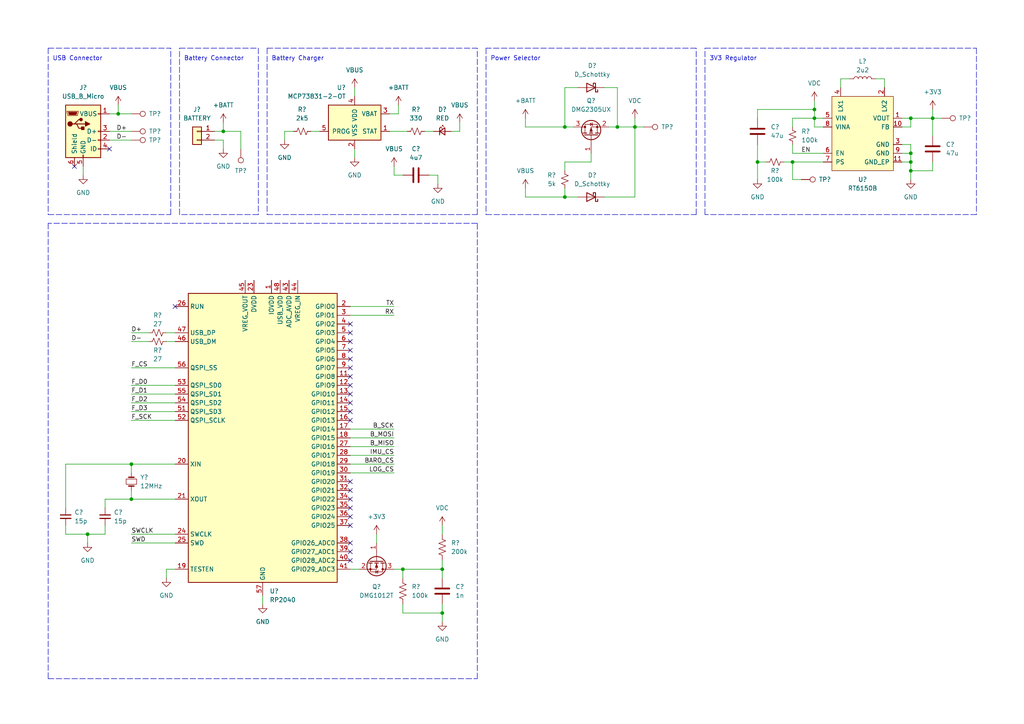
<source format=kicad_sch>
(kicad_sch (version 20211123) (generator eeschema)
  (paper "A4")
  (title_block (title "Fledgling Tracker") (date "2022-12-18") (rev "1") (company "Eagle Rocketry") (comment 1 "For Internal Use ONLY") (comment 2 "Requires CSULA_common libraries"))
  (lib_symbols
    (symbol "Battery_Management:MCP73831-2-OT" (pin_names (offset 1.016))
      (property "Reference" "U" (at -7.62 6.35 0))
      (property "Value" "MCP73831-2-OT" (at 1.27 6.35 0))
      (symbol "MCP73831-2-OT_0_1"
        (rectangle (start -7.62 5.08) (end 7.62 -5.08) (stroke (width 0.254)) (fill (type background)))
      )
      (symbol "MCP73831-2-OT_1_1"
        (pin output line (at 10.16 -2.54 180) (length 2.54) (name "STAT") (number "1"))
        (pin power_in line (at 0 -7.62 90) (length 2.54) (name "VSS") (number "2"))
        (pin power_out line (at 10.16 2.54 180) (length 2.54) (name "VBAT") (number "3"))
        (pin power_in line (at 0 7.62 270) (length 2.54) (name "VDD") (number "4"))
        (pin input line (at -10.16 -2.54 0) (length 2.54) (name "PROG") (number "5"))
      )
    )
    (symbol "CSULA_common:RT6150B" (pin_names (offset 1))
      (property "Reference" "U" (at 10.16 7.62 0))
      (property "Value" "RT6150B" (at 10.16 5.08 0))
      (symbol "RT6150B_0_1"
        (rectangle (start -8.89 7.62) (end 8.89 -13.97) (fill (type background)))
      )
      (symbol "RT6150B_1_1"
        (pin power_out line (at 11.43 1.27 180) (length 2.54) (name "VOUT") (number "1"))
        (pin input line (at 11.43 -1.27 180) (length 2.54) (name "FB") (number "10"))
        (pin input line (at 11.43 -11.43 180) (length 2.54) (name "GND_EP") (number "11"))
        (pin bidirectional line (at 6.35 10.16 270) (length 2.54) (name "LX2") (number "2"))
        (pin input line (at 11.43 -6.35 180) (length 2.54) (name "GND") (number "3"))
        (pin bidirectional line (at -6.35 10.16 270) (length 2.54) (name "LX1") (number "4"))
        (pin power_in line (at -11.43 1.27 0) (length 2.54) (name "VIN") (number "5"))
        (pin input line (at -11.43 -8.89 0) (length 2.54) (name "EN") (number "6"))
        (pin input line (at -11.43 -11.43 0) (length 2.54) (name "PS") (number "7"))
        (pin power_in line (at -11.43 -1.27 0) (length 2.54) (name "VINA") (number "8"))
        (pin input line (at 11.43 -8.89 180) (length 2.54) (name "GND") (number "9"))
      )
    )
    (symbol "Connector:TestPoint" (pin_numbers hide) (pin_names (offset 0.762) hide)
      (property "Reference" "TP" (at 0 6.858 0))
      (property "Value" "TestPoint" (at 0 5.08 0))
      (symbol "TestPoint_0_1"
        (circle (center 0 3.302) (radius 0.762))
      )
      (symbol "TestPoint_1_1"
        (pin passive line (at 0 0 90) (length 2.54) (name "1") (number "1"))
      )
    )
    (symbol "Connector:USB_B_Micro" (pin_names (offset 1.016))
      (property "Reference" "J" (at -5.08 11.43 0))
      (property "Value" "USB_B_Micro" (at -5.08 8.89 0))
      (symbol "USB_B_Micro_0_1"
        (rectangle (start -5.08 -7.62) (end 5.08 7.62) (stroke (width 0.254)) (fill (type background)))
        (circle (center -3.81 2.159) (radius 0.635) (stroke (width 0.254)) (fill (type outline)))
        (circle (center -0.635 3.429) (radius 0.381) (stroke (width 0.254)) (fill (type outline)))
        (rectangle (start -0.127 -7.62) (end 0.127 -6.858))
        (polyline (pts (xy -1.905 2.159) (xy 0.635 2.159)) (stroke (width 0.254)))
        (polyline (pts (xy -3.175 2.159) (xy -2.54 2.159) (xy -1.27 3.429) (xy -0.635 3.429)) (stroke (width 0.254)))
        (polyline (pts (xy -2.54 2.159) (xy -1.905 2.159) (xy -1.27 0.889) (xy 0 0.889)) (stroke (width 0.254)))
        (polyline (pts (xy 0.635 2.794) (xy 0.635 1.524) (xy 1.905 2.159) (xy 0.635 2.794)) (stroke (width 0.254)) (fill (type outline)))
        (polyline (pts (xy -4.318 5.588) (xy -1.778 5.588) (xy -2.032 4.826) (xy -4.064 4.826) (xy -4.318 5.588)) (fill (type outline)))
        (polyline (pts (xy -4.699 5.842) (xy -4.699 5.588) (xy -4.445 4.826) (xy -4.445 4.572) (xy -1.651 4.572) (xy -1.651 4.826) (xy -1.397 5.588) (xy -1.397 5.842) (xy -4.699 5.842)))
        (rectangle (start 0.254 1.27) (end -0.508 0.508) (stroke (width 0.254)) (fill (type outline)))
        (rectangle (start 5.08 -5.207) (end 4.318 -4.953))
        (rectangle (start 5.08 -2.667) (end 4.318 -2.413))
        (rectangle (start 5.08 -0.127) (end 4.318 0.127))
        (rectangle (start 5.08 4.953) (end 4.318 5.207))
      )
      (symbol "USB_B_Micro_1_1"
        (pin power_out line (at 7.62 5.08 180) (length 2.54) (name "VBUS") (number "1"))
        (pin bidirectional line (at 7.62 -2.54 180) (length 2.54) (name "D-") (number "2"))
        (pin bidirectional line (at 7.62 0 180) (length 2.54) (name "D+") (number "3"))
        (pin passive line (at 7.62 -5.08 180) (length 2.54) (name "ID") (number "4"))
        (pin power_out line (at 0 -10.16 90) (length 2.54) (name "GND") (number "5"))
        (pin passive line (at -2.54 -10.16 90) (length 2.54) (name "Shield") (number "6"))
      )
    )
    (symbol "Connector_Generic:Conn_01x02" (pin_names (offset 1.016) hide)
      (property "Reference" "J" (at 0 2.54 0))
      (property "Value" "Conn_01x02" (at 0 -5.08 0))
      (symbol "Conn_01x02_1_1"
        (rectangle (start -1.27 -2.413) (end 0 -2.667) (stroke (width 0.1524)))
        (rectangle (start -1.27 0.127) (end 0 -0.127) (stroke (width 0.1524)))
        (rectangle (start -1.27 1.27) (end 1.27 -3.81) (stroke (width 0.254)) (fill (type background)))
        (pin passive line (at -5.08 0 0) (length 3.81) (name "Pin_1") (number "1"))
        (pin passive line (at -5.08 -2.54 0) (length 3.81) (name "Pin_2") (number "2"))
      )
    )
    (symbol "Device:C" (pin_numbers hide) (pin_names (offset 0.254))
      (property "Reference" "C" (at 0.635 2.54 0))
      (property "Value" "C" (at 0.635 -2.54 0))
      (symbol "C_0_1"
        (polyline (pts (xy -2.032 -0.762) (xy 2.032 -0.762)) (stroke (width 0.508)))
        (polyline (pts (xy -2.032 0.762) (xy 2.032 0.762)) (stroke (width 0.508)))
      )
      (symbol "C_1_1"
        (pin passive line (at 0 3.81 270) (length 2.794) (name "~") (number "1"))
        (pin passive line (at 0 -3.81 90) (length 2.794) (name "~") (number "2"))
      )
    )
    (symbol "Device:C_Small" (pin_numbers hide) (pin_names (offset 0.254) hide)
      (property "Reference" "C" (at 0.254 1.778 0))
      (property "Value" "C_Small" (at 0.254 -2.032 0))
      (symbol "C_Small_0_1"
        (polyline (pts (xy -1.524 -0.508) (xy 1.524 -0.508)) (stroke (width 0.3302)))
        (polyline (pts (xy -1.524 0.508) (xy 1.524 0.508)) (stroke (width 0.3048)))
      )
      (symbol "C_Small_1_1"
        (pin passive line (at 0 2.54 270) (length 2.032) (name "~") (number "1"))
        (pin passive line (at 0 -2.54 90) (length 2.032) (name "~") (number "2"))
      )
    )
    (symbol "Device:Crystal_Small" (pin_numbers hide) (pin_names (offset 1.016) hide)
      (property "Reference" "Y" (at 0 2.54 0))
      (property "Value" "Crystal_Small" (at 0 -2.54 0))
      (symbol "Crystal_Small_0_1"
        (rectangle (start -0.762 -1.524) (end 0.762 1.524))
        (polyline (pts (xy -1.27 -0.762) (xy -1.27 0.762)) (stroke (width 0.381)))
        (polyline (pts (xy 1.27 -0.762) (xy 1.27 0.762)) (stroke (width 0.381)))
      )
      (symbol "Crystal_Small_1_1"
        (pin passive line (at -2.54 0 0) (length 1.27) (name "1") (number "1"))
        (pin passive line (at 2.54 0 180) (length 1.27) (name "2") (number "2"))
      )
    )
    (symbol "Device:D_Schottky" (pin_numbers hide) (pin_names (offset 1.016) hide)
      (property "Reference" "D" (at 0 2.54 0))
      (property "Value" "D_Schottky" (at 0 -2.54 0))
      (symbol "D_Schottky_0_1"
        (polyline (pts (xy 1.27 0) (xy -1.27 0)))
        (polyline (pts (xy 1.27 1.27) (xy 1.27 -1.27) (xy -1.27 0) (xy 1.27 1.27)) (stroke (width 0.254)))
        (polyline (pts (xy -1.905 0.635) (xy -1.905 1.27) (xy -1.27 1.27) (xy -1.27 -1.27) (xy -0.635 -1.27) (xy -0.635 -0.635)) (stroke (width 0.254)))
      )
      (symbol "D_Schottky_1_1"
        (pin passive line (at -3.81 0 0) (length 2.54) (name "K") (number "1"))
        (pin passive line (at 3.81 0 180) (length 2.54) (name "A") (number "2"))
      )
    )
    (symbol "Device:L" (pin_numbers hide) (pin_names (offset 1.016) hide)
      (property "Reference" "L" (at -1.27 0 90))
      (property "Value" "L" (at 1.905 0 90))
      (symbol "L_0_1"
        (arc (start 0 -2.54) (mid 0.635 -1.905) (end 0 -1.27))
        (arc (start 0 -1.27) (mid 0.635 -0.635) (end 0 0))
        (arc (start 0 0) (mid 0.635 0.635) (end 0 1.27))
        (arc (start 0 1.27) (mid 0.635 1.905) (end 0 2.54))
      )
      (symbol "L_1_1"
        (pin passive line (at 0 3.81 270) (length 1.27) (name "1") (number "1"))
        (pin passive line (at 0 -3.81 90) (length 1.27) (name "2") (number "2"))
      )
    )
    (symbol "Device:LED_Small" (pin_numbers hide) (pin_names (offset 0.254) hide)
      (property "Reference" "D" (at -1.27 3.175 0))
      (property "Value" "LED_Small" (at -4.445 -2.54 0))
      (symbol "LED_Small_0_1"
        (polyline (pts (xy -0.762 -1.016) (xy -0.762 1.016)) (stroke (width 0.254)))
        (polyline (pts (xy 1.016 0) (xy -0.762 0)))
        (polyline (pts (xy 0.762 -1.016) (xy -0.762 0) (xy 0.762 1.016) (xy 0.762 -1.016)) (stroke (width 0.254)))
        (polyline (pts (xy 0 0.762) (xy -0.508 1.27) (xy -0.254 1.27) (xy -0.508 1.27) (xy -0.508 1.016)))
        (polyline (pts (xy 0.508 1.27) (xy 0 1.778) (xy 0.254 1.778) (xy 0 1.778) (xy 0 1.524)))
      )
      (symbol "LED_Small_1_1"
        (pin passive line (at -2.54 0 0) (length 1.778) (name "K") (number "1"))
        (pin passive line (at 2.54 0 180) (length 1.778) (name "A") (number "2"))
      )
    )
    (symbol "Device:Q_NMOS_GSD" (pin_names (offset 0) hide)
      (property "Reference" "Q" (at 5.08 1.27 0))
      (property "Value" "Q_NMOS_GSD" (at 5.08 -1.27 0))
      (symbol "Q_NMOS_GSD_0_1"
        (polyline (pts (xy 0.254 0) (xy -2.54 0)))
        (polyline (pts (xy 0.254 1.905) (xy 0.254 -1.905)) (stroke (width 0.254)))
        (polyline (pts (xy 0.762 -1.27) (xy 0.762 -2.286)) (stroke (width 0.254)))
        (polyline (pts (xy 0.762 0.508) (xy 0.762 -0.508)) (stroke (width 0.254)))
        (polyline (pts (xy 0.762 2.286) (xy 0.762 1.27)) (stroke (width 0.254)))
        (polyline (pts (xy 2.54 2.54) (xy 2.54 1.778)))
        (polyline (pts (xy 2.54 -2.54) (xy 2.54 0) (xy 0.762 0)))
        (polyline (pts (xy 0.762 -1.778) (xy 3.302 -1.778) (xy 3.302 1.778) (xy 0.762 1.778)))
        (polyline (pts (xy 1.016 0) (xy 2.032 0.381) (xy 2.032 -0.381) (xy 1.016 0)) (fill (type outline)))
        (polyline (pts (xy 2.794 0.508) (xy 2.921 0.381) (xy 3.683 0.381) (xy 3.81 0.254)))
        (polyline (pts (xy 3.302 0.381) (xy 2.921 -0.254) (xy 3.683 -0.254) (xy 3.302 0.381)))
        (circle (center 1.651 0) (radius 2.794) (stroke (width 0.254)))
        (circle (center 2.54 -1.778) (radius 0.254) (fill (type outline)))
        (circle (center 2.54 1.778) (radius 0.254) (fill (type outline)))
      )
      (symbol "Q_NMOS_GSD_1_1"
        (pin input line (at -5.08 0 0) (length 2.54) (name "G") (number "1"))
        (pin passive line (at 2.54 -5.08 90) (length 2.54) (name "S") (number "2"))
        (pin passive line (at 2.54 5.08 270) (length 2.54) (name "D") (number "3"))
      )
    )
    (symbol "Device:Q_PMOS_GSD" (pin_names (offset 0) hide)
      (property "Reference" "Q" (at 5.08 1.27 0))
      (property "Value" "Q_PMOS_GSD" (at 5.08 -1.27 0))
      (symbol "Q_PMOS_GSD_0_1"
        (polyline (pts (xy 0.254 0) (xy -2.54 0)))
        (polyline (pts (xy 0.254 1.905) (xy 0.254 -1.905)) (stroke (width 0.254)))
        (polyline (pts (xy 0.762 -1.27) (xy 0.762 -2.286)) (stroke (width 0.254)))
        (polyline (pts (xy 0.762 0.508) (xy 0.762 -0.508)) (stroke (width 0.254)))
        (polyline (pts (xy 0.762 2.286) (xy 0.762 1.27)) (stroke (width 0.254)))
        (polyline (pts (xy 2.54 2.54) (xy 2.54 1.778)))
        (polyline (pts (xy 2.54 -2.54) (xy 2.54 0) (xy 0.762 0)))
        (polyline (pts (xy 0.762 1.778) (xy 3.302 1.778) (xy 3.302 -1.778) (xy 0.762 -1.778)))
        (polyline (pts (xy 2.286 0) (xy 1.27 0.381) (xy 1.27 -0.381) (xy 2.286 0)) (fill (type outline)))
        (polyline (pts (xy 2.794 -0.508) (xy 2.921 -0.381) (xy 3.683 -0.381) (xy 3.81 -0.254)))
        (polyline (pts (xy 3.302 -0.381) (xy 2.921 0.254) (xy 3.683 0.254) (xy 3.302 -0.381)))
        (circle (center 1.651 0) (radius 2.794) (stroke (width 0.254)))
        (circle (center 2.54 -1.778) (radius 0.254) (fill (type outline)))
        (circle (center 2.54 1.778) (radius 0.254) (fill (type outline)))
      )
      (symbol "Q_PMOS_GSD_1_1"
        (pin input line (at -5.08 0 0) (length 2.54) (name "G") (number "1"))
        (pin passive line (at 2.54 -5.08 90) (length 2.54) (name "S") (number "2"))
        (pin passive line (at 2.54 5.08 270) (length 2.54) (name "D") (number "3"))
      )
    )
    (symbol "Device:R_Small_US" (pin_numbers hide) (pin_names (offset 0.254) hide)
      (property "Reference" "R" (at 0.762 0.508 0))
      (property "Value" "R_Small_US" (at 0.762 -1.016 0))
      (symbol "R_Small_US_1_1"
        (polyline (pts (xy 0 0) (xy 1.016 -0.381) (xy 0 -0.762) (xy -1.016 -1.143) (xy 0 -1.524)))
        (polyline (pts (xy 0 1.524) (xy 1.016 1.143) (xy 0 0.762) (xy -1.016 0.381) (xy 0 0)))
        (pin passive line (at 0 2.54 270) (length 1.016) (name "~") (number "1"))
        (pin passive line (at 0 -2.54 90) (length 1.016) (name "~") (number "2"))
      )
    )
    (symbol "Device:R_US" (pin_numbers hide) (pin_names (offset 0))
      (property "Reference" "R" (at 2.54 0 90))
      (property "Value" "R_US" (at -2.54 0 90))
      (symbol "R_US_0_1"
        (polyline (pts (xy 0 -2.286) (xy 0 -2.54)))
        (polyline (pts (xy 0 2.286) (xy 0 2.54)))
        (polyline (pts (xy 0 -0.762) (xy 1.016 -1.143) (xy 0 -1.524) (xy -1.016 -1.905) (xy 0 -2.286)))
        (polyline (pts (xy 0 0.762) (xy 1.016 0.381) (xy 0 0) (xy -1.016 -0.381) (xy 0 -0.762)))
        (polyline (pts (xy 0 2.286) (xy 1.016 1.905) (xy 0 1.524) (xy -1.016 1.143) (xy 0 0.762)))
      )
      (symbol "R_US_1_1"
        (pin passive line (at 0 3.81 270) (length 1.27) (name "~") (number "1"))
        (pin passive line (at 0 -3.81 90) (length 1.27) (name "~") (number "2"))
      )
    )
    (symbol "MCU_RaspberryPi:RP2040"
      (property "Reference" "U" (at 17.78 45.72 0))
      (property "Value" "RP2040" (at 17.78 43.18 0))
      (symbol "RP2040_0_1"
        (rectangle (start -21.59 41.91) (end 21.59 -41.91) (stroke (width 0.254)) (fill (type background)))
      )
      (symbol "RP2040_1_1"
        (pin power_in line (at 2.54 45.72 270) (length 3.81) (name "IOVDD") (number "1"))
        (pin passive line (at 2.54 45.72 270) (length 3.81) hide (name "IOVDD") (number "10"))
        (pin bidirectional line (at 25.4 17.78 180) (length 3.81) (name "GPIO8") (number "11"))
        (pin bidirectional line (at 25.4 15.24 180) (length 3.81) (name "GPIO9") (number "12"))
        (pin bidirectional line (at 25.4 12.7 180) (length 3.81) (name "GPIO10") (number "13"))
        (pin bidirectional line (at 25.4 10.16 180) (length 3.81) (name "GPIO11") (number "14"))
        (pin bidirectional line (at 25.4 7.62 180) (length 3.81) (name "GPIO12") (number "15"))
        (pin bidirectional line (at 25.4 5.08 180) (length 3.81) (name "GPIO13") (number "16"))
        (pin bidirectional line (at 25.4 2.54 180) (length 3.81) (name "GPIO14") (number "17"))
        (pin bidirectional line (at 25.4 0 180) (length 3.81) (name "GPIO15") (number "18"))
        (pin input line (at -25.4 -38.1 0) (length 3.81) (name "TESTEN") (number "19"))
        (pin bidirectional line (at 25.4 38.1 180) (length 3.81) (name "GPIO0") (number "2"))
        (pin input line (at -25.4 -7.62 0) (length 3.81) (name "XIN") (number "20"))
        (pin passive line (at -25.4 -17.78 0) (length 3.81) (name "XOUT") (number "21"))
        (pin passive line (at 2.54 45.72 270) (length 3.81) hide (name "IOVDD") (number "22"))
        (pin power_in line (at -2.54 45.72 270) (length 3.81) (name "DVDD") (number "23"))
        (pin output line (at -25.4 -27.94 0) (length 3.81) (name "SWCLK") (number "24"))
        (pin bidirectional line (at -25.4 -30.48 0) (length 3.81) (name "SWD") (number "25"))
        (pin input line (at -25.4 38.1 0) (length 3.81) (name "RUN") (number "26"))
        (pin bidirectional line (at 25.4 -2.54 180) (length 3.81) (name "GPIO16") (number "27"))
        (pin bidirectional line (at 25.4 -5.08 180) (length 3.81) (name "GPIO17") (number "28"))
        (pin bidirectional line (at 25.4 -7.62 180) (length 3.81) (name "GPIO18") (number "29"))
        (pin bidirectional line (at 25.4 35.56 180) (length 3.81) (name "GPIO1") (number "3"))
        (pin bidirectional line (at 25.4 -10.16 180) (length 3.81) (name "GPIO19") (number "30"))
        (pin bidirectional line (at 25.4 -12.7 180) (length 3.81) (name "GPIO20") (number "31"))
        (pin bidirectional line (at 25.4 -15.24 180) (length 3.81) (name "GPIO21") (number "32"))
        (pin passive line (at 2.54 45.72 270) (length 3.81) hide (name "IOVDD") (number "33"))
        (pin bidirectional line (at 25.4 -17.78 180) (length 3.81) (name "GPIO22") (number "34"))
        (pin bidirectional line (at 25.4 -20.32 180) (length 3.81) (name "GPIO23") (number "35"))
        (pin bidirectional line (at 25.4 -22.86 180) (length 3.81) (name "GPIO24") (number "36"))
        (pin bidirectional line (at 25.4 -25.4 180) (length 3.81) (name "GPIO25") (number "37"))
        (pin bidirectional line (at 25.4 -30.48 180) (length 3.81) (name "GPIO26_ADC0") (number "38"))
        (pin bidirectional line (at 25.4 -33.02 180) (length 3.81) (name "GPIO27_ADC1") (number "39"))
        (pin bidirectional line (at 25.4 33.02 180) (length 3.81) (name "GPIO2") (number "4"))
        (pin bidirectional line (at 25.4 -35.56 180) (length 3.81) (name "GPIO28_ADC2") (number "40"))
        (pin bidirectional line (at 25.4 -38.1 180) (length 3.81) (name "GPIO29_ADC3") (number "41"))
        (pin passive line (at 2.54 45.72 270) (length 3.81) hide (name "IOVDD") (number "42"))
        (pin power_in line (at 7.62 45.72 270) (length 3.81) (name "ADC_AVDD") (number "43"))
        (pin power_in line (at 10.16 45.72 270) (length 3.81) (name "VREG_IN") (number "44"))
        (pin power_out line (at -5.08 45.72 270) (length 3.81) (name "VREG_VOUT") (number "45"))
        (pin bidirectional line (at -25.4 27.94 0) (length 3.81) (name "USB_DM") (number "46"))
        (pin bidirectional line (at -25.4 30.48 0) (length 3.81) (name "USB_DP") (number "47"))
        (pin power_in line (at 5.08 45.72 270) (length 3.81) (name "USB_VDD") (number "48"))
        (pin passive line (at 2.54 45.72 270) (length 3.81) hide (name "IOVDD") (number "49"))
        (pin bidirectional line (at 25.4 30.48 180) (length 3.81) (name "GPIO3") (number "5"))
        (pin passive line (at -2.54 45.72 270) (length 3.81) hide (name "DVDD") (number "50"))
        (pin bidirectional line (at -25.4 7.62 0) (length 3.81) (name "QSPI_SD3") (number "51"))
        (pin output line (at -25.4 5.08 0) (length 3.81) (name "QSPI_SCLK") (number "52"))
        (pin bidirectional line (at -25.4 15.24 0) (length 3.81) (name "QSPI_SD0") (number "53"))
        (pin bidirectional line (at -25.4 10.16 0) (length 3.81) (name "QSPI_SD2") (number "54"))
        (pin bidirectional line (at -25.4 12.7 0) (length 3.81) (name "QSPI_SD1") (number "55"))
        (pin bidirectional line (at -25.4 20.32 0) (length 3.81) (name "QSPI_SS") (number "56"))
        (pin power_in line (at 0 -45.72 90) (length 3.81) (name "GND") (number "57"))
        (pin bidirectional line (at 25.4 27.94 180) (length 3.81) (name "GPIO4") (number "6"))
        (pin bidirectional line (at 25.4 25.4 180) (length 3.81) (name "GPIO5") (number "7"))
        (pin bidirectional line (at 25.4 22.86 180) (length 3.81) (name "GPIO6") (number "8"))
        (pin bidirectional line (at 25.4 20.32 180) (length 3.81) (name "GPIO7") (number "9"))
      )
    )
    (symbol "power:+3V3" (power) (pin_names (offset 0))
      (property "Value" "+3V3" (at 0 3.556 0))
      (symbol "+3V3_0_1"
        (polyline (pts (xy -0.762 1.27) (xy 0 2.54)))
        (polyline (pts (xy 0 0) (xy 0 2.54)))
        (polyline (pts (xy 0 2.54) (xy 0.762 1.27)))
      )
      (symbol "+3V3_1_1"
        (pin power_in line (at 0 0 90) (length 0) hide (name "+3V3") (number "1"))
      )
    )
    (symbol "power:+BATT" (power) (pin_names (offset 0))
      (property "Value" "+BATT" (at 0 3.556 0))
      (symbol "+BATT_0_1"
        (polyline (pts (xy -0.762 1.27) (xy 0 2.54)))
        (polyline (pts (xy 0 0) (xy 0 2.54)))
        (polyline (pts (xy 0 2.54) (xy 0.762 1.27)))
      )
      (symbol "+BATT_1_1"
        (pin power_in line (at 0 0 90) (length 0) hide (name "+BATT") (number "1"))
      )
    )
    (symbol "power:GND" (power) (pin_names (offset 0))
      (property "Value" "GND" (at 0 -3.81 0))
      (symbol "GND_0_1"
        (polyline (pts (xy 0 0) (xy 0 -1.27) (xy 1.27 -1.27) (xy 0 -2.54) (xy -1.27 -1.27) (xy 0 -1.27)))
      )
      (symbol "GND_1_1"
        (pin power_in line (at 0 0 270) (length 0) hide (name "GND") (number "1"))
      )
    )
    (symbol "power:VBUS" (power) (pin_names (offset 0))
      (property "Value" "VBUS" (at 0 3.81 0))
      (symbol "VBUS_0_1"
        (polyline (pts (xy -0.762 1.27) (xy 0 2.54)))
        (polyline (pts (xy 0 0) (xy 0 2.54)))
        (polyline (pts (xy 0 2.54) (xy 0.762 1.27)))
      )
      (symbol "VBUS_1_1"
        (pin power_in line (at 0 0 90) (length 0) hide (name "VBUS") (number "1"))
      )
    )
    (symbol "power:VDC" (power) (pin_names (offset 0))
      (property "Value" "VDC" (at 0 6.35 0))
      (symbol "VDC_0_1"
        (polyline (pts (xy -0.762 1.27) (xy 0 2.54)))
        (polyline (pts (xy 0 0) (xy 0 2.54)))
        (polyline (pts (xy 0 2.54) (xy 0.762 1.27)))
      )
      (symbol "VDC_1_1"
        (pin power_in line (at 0 0 90) (length 0) hide (name "VDC") (number "1"))
      )
    )
  )
  (junction (at 236.22 31.75))
  (junction (at 34.29 33.02))
  (junction (at 264.16 44.45))
  (junction (at 128.27 165.1))
  (junction (at 116.84 165.1))
  (junction (at 163.83 36.83))
  (junction (at 38.1 134.62))
  (junction (at 264.16 46.99))
  (junction (at 38.1 144.78))
  (junction (at 184.15 36.83))
  (junction (at 64.77 38.1))
  (junction (at 25.4 154.94))
  (junction (at 179.07 36.83))
  (junction (at 163.83 57.15))
  (junction (at 229.87 46.99))
  (junction (at 264.16 34.29))
  (junction (at 128.27 177.8))
  (junction (at 270.51 34.29))
  (junction (at 236.22 34.29))
  (junction (at 219.71 46.99))
  (junction (at 264.16 49.53))
  (no_connect (at 101.6 162.56))
  (no_connect (at 101.6 144.78))
  (no_connect (at 101.6 104.14))
  (no_connect (at 101.6 114.3))
  (no_connect (at 101.6 142.24))
  (no_connect (at 21.59 48.26))
  (no_connect (at 101.6 157.48))
  (no_connect (at 101.6 147.32))
  (no_connect (at 101.6 106.68))
  (no_connect (at 101.6 152.4))
  (no_connect (at 101.6 93.98))
  (no_connect (at 101.6 96.52))
  (no_connect (at 101.6 109.22))
  (no_connect (at 31.75 43.18))
  (no_connect (at 101.6 160.02))
  (no_connect (at 101.6 116.84))
  (no_connect (at 101.6 139.7))
  (no_connect (at 101.6 149.86))
  (no_connect (at 101.6 119.38))
  (no_connect (at 101.6 99.06))
  (no_connect (at 101.6 101.6))
  (no_connect (at 50.8 88.9))
  (no_connect (at 101.6 121.92))
  (no_connect (at 101.6 111.76))
  (wire (pts (xy 167.64 25.4) (xy 163.83 25.4)))
  (wire (pts (xy 38.1 134.62) (xy 38.1 137.16)))
  (wire (pts (xy 184.15 57.15) (xy 184.15 36.83)))
  (wire (pts (xy 102.87 25.4) (xy 102.87 27.94)))
  (polyline (pts (xy 140.97 62.23) (xy 201.93 62.23)))
  (wire (pts (xy 101.6 91.44) (xy 114.3 91.44)))
  (wire (pts (xy 238.76 46.99) (xy 229.87 46.99)))
  (wire (pts (xy 163.83 36.83) (xy 152.4 36.83)))
  (polyline (pts (xy 140.97 13.97) (xy 140.97 62.23)))
  (wire (pts (xy 128.27 165.1) (xy 116.84 165.1)))
  (wire (pts (xy 123.19 38.1) (xy 125.73 38.1)))
  (wire (pts (xy 38.1 114.3) (xy 50.8 114.3)))
  (wire (pts (xy 163.83 46.99) (xy 163.83 49.53)))
  (wire (pts (xy 101.6 165.1) (xy 104.14 165.1)))
  (wire (pts (xy 264.16 36.83) (xy 264.16 34.29)))
  (wire (pts (xy 64.77 38.1) (xy 69.85 38.1)))
  (wire (pts (xy 101.6 124.46) (xy 114.3 124.46)))
  (wire (pts (xy 179.07 25.4) (xy 179.07 36.83)))
  (wire (pts (xy 38.1 106.68) (xy 50.8 106.68)))
  (polyline (pts (xy 52.07 13.97) (xy 74.93 13.97)))
  (wire (pts (xy 264.16 46.99) (xy 264.16 49.53)))
  (wire (pts (xy 128.27 175.26) (xy 128.27 177.8)))
  (wire (pts (xy 101.6 88.9) (xy 114.3 88.9)))
  (wire (pts (xy 31.75 33.02) (xy 34.29 33.02)))
  (polyline (pts (xy 74.93 62.23) (xy 52.07 62.23)))
  (polyline (pts (xy 138.43 196.85) (xy 138.43 64.77)))
  (wire (pts (xy 76.2 172.72) (xy 76.2 175.26)))
  (wire (pts (xy 175.26 25.4) (xy 179.07 25.4)))
  (wire (pts (xy 19.05 147.32) (xy 19.05 134.62)))
  (wire (pts (xy 31.75 38.1) (xy 38.1 38.1)))
  (wire (pts (xy 243.84 25.4) (xy 243.84 22.86)))
  (polyline (pts (xy 138.43 62.23) (xy 138.43 13.97)))
  (wire (pts (xy 130.81 38.1) (xy 133.35 38.1)))
  (polyline (pts (xy 49.53 62.23) (xy 49.53 13.97)))
  (wire (pts (xy 48.26 99.06) (xy 50.8 99.06)))
  (wire (pts (xy 152.4 57.15) (xy 163.83 57.15)))
  (wire (pts (xy 48.26 165.1) (xy 50.8 165.1)))
  (polyline (pts (xy 77.47 13.97) (xy 138.43 13.97)))
  (wire (pts (xy 114.3 50.8) (xy 114.3 48.26)))
  (wire (pts (xy 163.83 57.15) (xy 167.64 57.15)))
  (wire (pts (xy 31.75 40.64) (xy 38.1 40.64)))
  (wire (pts (xy 152.4 36.83) (xy 152.4 34.29)))
  (wire (pts (xy 30.48 147.32) (xy 30.48 144.78)))
  (wire (pts (xy 261.62 34.29) (xy 264.16 34.29)))
  (polyline (pts (xy 283.21 13.97) (xy 283.21 62.23)))
  (wire (pts (xy 175.26 57.15) (xy 184.15 57.15)))
  (wire (pts (xy 229.87 52.07) (xy 232.41 52.07)))
  (wire (pts (xy 261.62 44.45) (xy 264.16 44.45)))
  (wire (pts (xy 101.6 132.08) (xy 114.3 132.08)))
  (wire (pts (xy 64.77 35.56) (xy 64.77 38.1)))
  (wire (pts (xy 184.15 36.83) (xy 184.15 34.29)))
  (wire (pts (xy 116.84 175.26) (xy 116.84 177.8)))
  (wire (pts (xy 229.87 44.45) (xy 229.87 41.91)))
  (wire (pts (xy 227.33 46.99) (xy 229.87 46.99)))
  (wire (pts (xy 236.22 36.83) (xy 238.76 36.83)))
  (polyline (pts (xy 74.93 13.97) (xy 74.93 62.23)))
  (polyline (pts (xy 201.93 13.97) (xy 140.97 13.97)))
  (wire (pts (xy 24.13 48.26) (xy 24.13 50.8)))
  (wire (pts (xy 219.71 34.29) (xy 219.71 31.75)))
  (wire (pts (xy 34.29 33.02) (xy 38.1 33.02)))
  (polyline (pts (xy 138.43 64.77) (xy 13.97 64.77)))
  (wire (pts (xy 256.54 25.4) (xy 256.54 22.86)))
  (wire (pts (xy 270.51 46.99) (xy 270.51 49.53)))
  (polyline (pts (xy 13.97 13.97) (xy 49.53 13.97)))
  (wire (pts (xy 48.26 165.1) (xy 48.26 167.64)))
  (wire (pts (xy 256.54 22.86) (xy 254 22.86)))
  (wire (pts (xy 101.6 137.16) (xy 114.3 137.16)))
  (wire (pts (xy 38.1 142.24) (xy 38.1 144.78)))
  (wire (pts (xy 30.48 154.94) (xy 25.4 154.94)))
  (wire (pts (xy 25.4 154.94) (xy 25.4 157.48)))
  (wire (pts (xy 176.53 36.83) (xy 179.07 36.83)))
  (wire (pts (xy 236.22 34.29) (xy 238.76 34.29)))
  (wire (pts (xy 238.76 44.45) (xy 229.87 44.45)))
  (wire (pts (xy 166.37 36.83) (xy 163.83 36.83)))
  (wire (pts (xy 113.03 38.1) (xy 118.11 38.1)))
  (wire (pts (xy 163.83 54.61) (xy 163.83 57.15)))
  (wire (pts (xy 243.84 22.86) (xy 246.38 22.86)))
  (wire (pts (xy 38.1 119.38) (xy 50.8 119.38)))
  (wire (pts (xy 179.07 36.83) (xy 184.15 36.83)))
  (polyline (pts (xy 77.47 62.23) (xy 138.43 62.23)))
  (wire (pts (xy 116.84 177.8) (xy 128.27 177.8)))
  (wire (pts (xy 152.4 54.61) (xy 152.4 57.15)))
  (wire (pts (xy 128.27 167.64) (xy 128.27 165.1)))
  (wire (pts (xy 219.71 46.99) (xy 219.71 52.07)))
  (wire (pts (xy 30.48 152.4) (xy 30.48 154.94)))
  (wire (pts (xy 264.16 34.29) (xy 270.51 34.29)))
  (wire (pts (xy 82.55 38.1) (xy 82.55 40.64)))
  (wire (pts (xy 101.6 127) (xy 114.3 127)))
  (wire (pts (xy 128.27 152.4) (xy 128.27 154.94)))
  (wire (pts (xy 38.1 157.48) (xy 50.8 157.48)))
  (wire (pts (xy 114.3 50.8) (xy 116.84 50.8)))
  (polyline (pts (xy 52.07 62.23) (xy 52.07 13.97)))
  (wire (pts (xy 270.51 34.29) (xy 270.51 39.37)))
  (polyline (pts (xy 77.47 13.97) (xy 77.47 62.23)))
  (wire (pts (xy 261.62 46.99) (xy 264.16 46.99)))
  (wire (pts (xy 113.03 33.02) (xy 115.57 33.02)))
  (wire (pts (xy 116.84 165.1) (xy 116.84 167.64)))
  (wire (pts (xy 34.29 33.02) (xy 34.29 30.48)))
  (wire (pts (xy 101.6 134.62) (xy 114.3 134.62)))
  (wire (pts (xy 264.16 41.91) (xy 264.16 44.45)))
  (wire (pts (xy 69.85 38.1) (xy 69.85 43.18)))
  (wire (pts (xy 270.51 34.29) (xy 270.51 31.75)))
  (wire (pts (xy 171.45 44.45) (xy 171.45 46.99)))
  (wire (pts (xy 171.45 46.99) (xy 163.83 46.99)))
  (wire (pts (xy 109.22 154.94) (xy 109.22 157.48)))
  (wire (pts (xy 19.05 154.94) (xy 25.4 154.94)))
  (wire (pts (xy 264.16 49.53) (xy 264.16 52.07)))
  (wire (pts (xy 236.22 34.29) (xy 236.22 36.83)))
  (wire (pts (xy 30.48 144.78) (xy 38.1 144.78)))
  (wire (pts (xy 38.1 154.94) (xy 50.8 154.94)))
  (wire (pts (xy 90.17 38.1) (xy 92.71 38.1)))
  (polyline (pts (xy 283.21 62.23) (xy 204.47 62.23)))
  (wire (pts (xy 62.23 38.1) (xy 64.77 38.1)))
  (polyline (pts (xy 204.47 62.23) (xy 204.47 13.97)))
  (wire (pts (xy 127 50.8) (xy 127 53.34)))
  (polyline (pts (xy 13.97 196.85) (xy 138.43 196.85)))
  (polyline (pts (xy 13.97 64.77) (xy 13.97 196.85)))
  (wire (pts (xy 48.26 96.52) (xy 50.8 96.52)))
  (wire (pts (xy 50.8 134.62) (xy 38.1 134.62)))
  (wire (pts (xy 19.05 134.62) (xy 38.1 134.62)))
  (wire (pts (xy 219.71 46.99) (xy 222.25 46.99)))
  (wire (pts (xy 133.35 38.1) (xy 133.35 35.56)))
  (wire (pts (xy 261.62 41.91) (xy 264.16 41.91)))
  (wire (pts (xy 115.57 33.02) (xy 115.57 30.48)))
  (wire (pts (xy 270.51 49.53) (xy 264.16 49.53)))
  (wire (pts (xy 124.46 50.8) (xy 127 50.8)))
  (wire (pts (xy 236.22 31.75) (xy 236.22 34.29)))
  (wire (pts (xy 64.77 40.64) (xy 64.77 43.18)))
  (wire (pts (xy 101.6 129.54) (xy 114.3 129.54)))
  (wire (pts (xy 38.1 116.84) (xy 50.8 116.84)))
  (polyline (pts (xy 201.93 62.23) (xy 201.93 13.97)))
  (wire (pts (xy 261.62 36.83) (xy 264.16 36.83)))
  (wire (pts (xy 62.23 40.64) (xy 64.77 40.64)))
  (wire (pts (xy 236.22 29.21) (xy 236.22 31.75)))
  (wire (pts (xy 229.87 46.99) (xy 229.87 52.07)))
  (wire (pts (xy 38.1 99.06) (xy 43.18 99.06)))
  (wire (pts (xy 114.3 165.1) (xy 116.84 165.1)))
  (wire (pts (xy 264.16 44.45) (xy 264.16 46.99)))
  (wire (pts (xy 19.05 152.4) (xy 19.05 154.94)))
  (wire (pts (xy 82.55 38.1) (xy 85.09 38.1)))
  (wire (pts (xy 229.87 36.83) (xy 229.87 34.29)))
  (polyline (pts (xy 13.97 62.23) (xy 49.53 62.23)))
  (polyline (pts (xy 204.47 13.97) (xy 283.21 13.97)))
  (wire (pts (xy 270.51 34.29) (xy 273.05 34.29)))
  (wire (pts (xy 184.15 36.83) (xy 186.69 36.83)))
  (wire (pts (xy 38.1 96.52) (xy 43.18 96.52)))
  (wire (pts (xy 128.27 165.1) (xy 128.27 162.56)))
  (wire (pts (xy 219.71 41.91) (xy 219.71 46.99)))
  (wire (pts (xy 38.1 121.92) (xy 50.8 121.92)))
  (wire (pts (xy 38.1 144.78) (xy 50.8 144.78)))
  (wire (pts (xy 229.87 34.29) (xy 236.22 34.29)))
  (wire (pts (xy 38.1 111.76) (xy 50.8 111.76)))
  (polyline (pts (xy 13.97 13.97) (xy 13.97 62.23)))
  (wire (pts (xy 163.83 25.4) (xy 163.83 36.83)))
  (wire (pts (xy 128.27 177.8) (xy 128.27 180.34)))
  (wire (pts (xy 102.87 43.18) (xy 102.87 45.72)))
  (wire (pts (xy 219.71 31.75) (xy 236.22 31.75)))
  (text "Battery Charger" (at 78.74 17.78 0) (effects (font (size 1.27 1.27)) (justify left bottom)))
  (text "Power Selector" (at 142.24 17.78 0) (effects (font (size 1.27 1.27)) (justify left bottom)))
  (text "Battery Connector" (at 53.34 17.78 0) (effects (font (size 1.27 1.27)) (justify left bottom)))
  (text "3V3 Regulator" (at 205.74 17.78 0) (effects (font (size 1.27 1.27)) (justify left bottom)))
  (text "USB Connector" (at 15.24 17.78 0) (effects (font (size 1.27 1.27)) (justify left bottom)))
  (label "D-" (at 38.1 99.06 0))
  (label "D-" (at 36.83 40.64 180))
  (label "F_D1" (at 38.1 114.3 0))
  (label "F_D2" (at 38.1 116.84 0))
  (label "B_SCK" (at 114.3 124.46 180))
  (label "EN" (at 232.41 44.45 0))
  (label "BARO_CS" (at 114.3 134.62 180))
  (label "F_SCK" (at 38.1 121.92 0))
  (label "D+" (at 36.83 38.1 180))
  (label "F_CS" (at 38.1 106.68 0))
  (label "TX" (at 114.3 88.9 180))
  (label "LOG_CS" (at 114.3 137.16 180))
  (label "F_D3" (at 38.1 119.38 0))
  (label "SWCLK" (at 38.1 154.94 0))
  (label "RX" (at 114.3 91.44 180))
  (label "B_MISO" (at 114.3 129.54 180))
  (label "D+" (at 38.1 96.52 0))
  (label "B_MOSI" (at 114.3 127 180))
  (label "F_D0" (at 38.1 111.76 0))
  (label "IMU_CS" (at 114.3 132.08 180))
  (label "SWD" (at 38.1 157.48 0))
  (symbol (lib_id "Device:R_Small_US") (at 45.72 96.52 90) (unit 1)
    (property "Reference" "R?" (at 45.72 91.44 90))
    (property "Value" "27" (at 45.72 93.98 90))
  )
  (symbol (lib_id "Device:D_Schottky") (at 171.45 25.4 180) (unit 1)
    (property "Reference" "D?" (at 171.7675 19.05 0))
    (property "Value" "D_Schottky" (at 171.7675 21.59 0))
  )
  (symbol (lib_id "Device:R_Small_US") (at 120.65 38.1 90) (unit 1)
    (property "Reference" "R?" (at 120.65 31.75 90))
    (property "Value" "330" (at 120.65 34.29 90))
  )
  (symbol (lib_id "power:VBUS") (at 102.87 25.4 0) (unit 1)
    (property "Reference" "#PWR?" (effects hide))
    (property "Value" "VBUS" (at 102.87 20.32 0))
  )
  (symbol (lib_id "power:GND") (at 128.27 180.34 0) (unit 1)
    (property "Reference" "#PWR?" (effects hide))
    (property "Value" "GND" (at 128.27 185.42 0))
  )
  (symbol (lib_id "power:GND") (at 76.2 175.26 0) (unit 1)
    (property "Reference" "#PWR?" (effects hide))
    (property "Value" "GND" (at 76.2 180.34 0))
  )
  (symbol (lib_id "power:+3V3") (at 270.51 31.75 0) (unit 1)
    (property "Reference" "#PWR?" (effects hide))
    (property "Value" "+3V3" (at 270.51 26.67 0))
  )
  (symbol (lib_id "Device:R_Small_US") (at 163.83 52.07 180) (unit 1)
    (property "Reference" "R?" (at 161.29 50.8 0) (effects (justify left)))
    (property "Value" "5k" (at 161.29 53.34 0) (effects (justify left)))
  )
  (symbol (lib_id "Device:LED_Small") (at 128.27 38.1 0) (unit 1)
    (property "Reference" "D?" (at 128.3335 31.75 0))
    (property "Value" "RED" (at 128.3335 34.29 0))
  )
  (symbol (lib_id "Battery_Management:MCP73831-2-OT") (at 102.87 35.56 0) (unit 1)
    (property "Reference" "U?" (at 100.33 25.4 0) (effects (justify right)))
    (property "Value" "MCP73831-2-OT" (at 100.33 27.94 0) (effects (justify right)))
    (property "Footprint" "Package_TO_SOT_SMD:SOT-23-5" (effects hide))
    (property "Datasheet" "http://ww1.microchip.com/downloads/en/DeviceDoc/20001984g.pdf" (effects hide))
  )
  (symbol (lib_id "Device:Q_NMOS_GSD") (at 109.22 162.56 270) (unit 1)
    (property "Reference" "Q?" (at 109.22 170.18 90))
    (property "Value" "DMG1012T" (at 109.22 172.72 90))
  )
  (symbol (lib_id "Connector_Generic:Conn_01x02") (at 57.15 38.1 0) (mirror y) (unit 1)
    (property "Reference" "J?" (at 57.15 31.75 0))
    (property "Value" "BATTERY" (at 57.15 34.29 0))
  )
  (symbol (lib_id "power:VDC") (at 236.22 29.21 0) (unit 1)
    (property "Reference" "#PWR?" (effects hide))
    (property "Value" "VDC" (at 236.22 24.13 0))
  )
  (symbol (lib_id "power:GND") (at 24.13 50.8 0) (unit 1)
    (property "Reference" "#PWR?" (effects hide))
    (property "Value" "GND" (at 24.13 55.88 0))
  )
  (symbol (lib_id "power:+BATT") (at 64.77 35.56 0) (unit 1)
    (property "Reference" "#PWR?" (effects hide))
    (property "Value" "+BATT" (at 64.77 30.48 0))
  )
  (symbol (lib_id "Connector:TestPoint") (at 38.1 38.1 270) (unit 1)
    (property "Reference" "TP?" (at 43.18 38.0999 90) (effects (justify left)))
    (property "Value" "TestPoint" (effects hide))
  )
  (symbol (lib_id "Device:R_Small_US") (at 224.79 46.99 270) (unit 1)
    (property "Reference" "R?" (at 224.79 49.53 90))
    (property "Value" "100k" (at 224.79 52.07 90))
  )
  (symbol (lib_id "Connector:TestPoint") (at 232.41 52.07 270) (unit 1)
    (property "Reference" "TP?" (at 237.49 52.0699 90) (effects (justify left)))
    (property "Value" "TestPoint" (effects hide))
  )
  (symbol (lib_id "Connector:TestPoint") (at 186.69 36.83 270) (unit 1)
    (property "Reference" "TP?" (at 191.77 36.8299 90) (effects (justify left)))
    (property "Value" "TestPoint" (effects hide))
  )
  (symbol (lib_id "Device:C_Small") (at 19.05 149.86 0) (unit 1)
    (property "Reference" "C?" (at 21.59 148.5962 0) (effects (justify left)))
    (property "Value" "15p" (at 21.59 151.1362 0) (effects (justify left)))
  )
  (symbol (lib_id "Device:C_Small") (at 30.48 149.86 0) (unit 1)
    (property "Reference" "C?" (at 33.02 148.5962 0) (effects (justify left)))
    (property "Value" "15p" (at 33.02 151.1362 0) (effects (justify left)))
  )
  (symbol (lib_id "Device:R_Small_US") (at 45.72 99.06 90) (unit 1)
    (property "Reference" "R?" (at 45.72 101.6 90))
    (property "Value" "27" (at 45.72 104.14 90))
  )
  (symbol (lib_id "Device:C") (at 270.51 43.18 0) (unit 1)
    (property "Reference" "C?" (at 274.32 41.9099 0) (effects (justify left)))
    (property "Value" "47u" (at 274.32 44.4499 0) (effects (justify left)))
  )
  (symbol (lib_id "power:GND") (at 219.71 52.07 0) (unit 1)
    (property "Reference" "#PWR?" (effects hide))
    (property "Value" "GND" (at 219.71 57.15 0))
  )
  (symbol (lib_id "Device:D_Schottky") (at 171.45 57.15 180) (unit 1)
    (property "Reference" "D?" (at 171.7675 50.8 0))
    (property "Value" "D_Schottky" (at 171.7675 53.34 0))
  )
  (symbol (lib_id "power:GND") (at 48.26 167.64 0) (unit 1)
    (property "Reference" "#PWR?" (effects hide))
    (property "Value" "GND" (at 48.26 172.72 0))
  )
  (symbol (lib_id "Device:C") (at 120.65 50.8 90) (unit 1)
    (property "Reference" "C?" (at 120.65 43.18 90))
    (property "Value" "4u7" (at 120.65 45.72 90))
  )
  (symbol (lib_id "Connector:TestPoint") (at 69.85 43.18 180) (unit 1)
    (property "Reference" "TP?" (at 69.85 49.53 0))
    (property "Value" "TestPoint" (effects hide))
  )
  (symbol (lib_id "Connector:TestPoint") (at 38.1 40.64 270) (unit 1)
    (property "Reference" "TP?" (at 43.18 40.6399 90) (effects (justify left)))
    (property "Value" "TestPoint" (effects hide))
  )
  (symbol (lib_id "Device:R_US") (at 128.27 158.75 0) (unit 1)
    (property "Reference" "R?" (at 130.81 157.4799 0) (effects (justify left)))
    (property "Value" "200k" (at 130.81 160.0199 0) (effects (justify left)))
  )
  (symbol (lib_id "Device:R_Small_US") (at 229.87 39.37 0) (unit 1)
    (property "Reference" "R?" (at 232.41 38.0999 0) (effects (justify left)))
    (property "Value" "100k" (at 232.41 40.6399 0) (effects (justify left)))
  )
  (symbol (lib_id "Connector:USB_B_Micro") (at 24.13 38.1 0) (unit 1)
    (property "Reference" "J?" (at 24.13 25.4 0))
    (property "Value" "USB_B_Micro" (at 24.13 27.94 0))
  )
  (symbol (lib_id "power:GND") (at 102.87 45.72 0) (unit 1)
    (property "Reference" "#PWR?" (effects hide))
    (property "Value" "GND" (at 102.87 50.8 0))
  )
  (symbol (lib_id "Connector:TestPoint") (at 38.1 33.02 270) (unit 1)
    (property "Reference" "TP?" (at 43.18 33.0199 90) (effects (justify left)))
    (property "Value" "TestPoint" (effects hide))
  )
  (symbol (lib_id "power:GND") (at 82.55 40.64 0) (unit 1)
    (property "Reference" "#PWR?" (effects hide))
    (property "Value" "GND" (at 82.55 45.72 0))
  )
  (symbol (lib_id "power:+BATT") (at 115.57 30.48 0) (unit 1)
    (property "Reference" "#PWR?" (effects hide))
    (property "Value" "+BATT" (at 115.57 25.4 0))
  )
  (symbol (lib_id "MCU_RaspberryPi:RP2040") (at 76.2 127 0) (unit 1)
    (property "Reference" "U?" (at 78.2194 171.45 0) (effects (justify left)))
    (property "Value" "RP2040" (at 78.2194 173.99 0) (effects (justify left)))
    (property "Footprint" "Package_DFN_QFN:QFN-56-1EP_7x7mm_P0.4mm_EP3.2x3.2mm" (effects hide))
    (property "Datasheet" "https://datasheets.raspberrypi.com/rp2040/rp2040-datasheet.pdf" (effects hide))
  )
  (symbol (lib_id "power:VBUS") (at 152.4 54.61 0) (unit 1)
    (property "Reference" "#PWR?" (effects hide))
    (property "Value" "VBUS" (at 152.4 49.53 0))
  )
  (symbol (lib_id "power:GND") (at 264.16 52.07 0) (unit 1)
    (property "Reference" "#PWR?" (effects hide))
    (property "Value" "GND" (at 264.16 57.15 0))
  )
  (symbol (lib_id "power:VDC") (at 128.27 152.4 0) (unit 1)
    (property "Reference" "#PWR?" (effects hide))
    (property "Value" "VDC" (at 128.27 147.32 0))
  )
  (symbol (lib_id "Device:C") (at 128.27 171.45 0) (unit 1)
    (property "Reference" "C?" (at 132.08 170.1799 0) (effects (justify left)))
    (property "Value" "1n" (at 132.08 172.7199 0) (effects (justify left)))
  )
  (symbol (lib_id "power:VBUS") (at 34.29 30.48 0) (unit 1)
    (property "Reference" "#PWR?" (effects hide))
    (property "Value" "VBUS" (at 34.29 25.4 0))
  )
  (symbol (lib_id "Device:R_US") (at 116.84 171.45 0) (unit 1)
    (property "Reference" "R?" (at 119.38 170.1799 0) (effects (justify left)))
    (property "Value" "100k" (at 119.38 172.7199 0) (effects (justify left)))
  )
  (symbol (lib_id "Connector:TestPoint") (at 273.05 34.29 270) (unit 1)
    (property "Reference" "TP?" (at 278.13 34.2899 90) (effects (justify left)))
    (property "Value" "TestPoint" (effects hide))
  )
  (symbol (lib_id "power:GND") (at 64.77 43.18 0) (unit 1)
    (property "Reference" "#PWR?" (effects hide))
    (property "Value" "GND" (at 64.77 48.26 0))
  )
  (symbol (lib_id "power:VBUS") (at 133.35 35.56 0) (unit 1)
    (property "Reference" "#PWR?" (effects hide))
    (property "Value" "VBUS" (at 133.35 30.48 0))
  )
  (symbol (lib_id "Device:Crystal_Small") (at 38.1 139.7 90) (unit 1)
    (property "Reference" "Y?" (at 40.64 138.4299 90) (effects (justify right)))
    (property "Value" "12MHz" (at 40.64 140.9699 90) (effects (justify right)))
  )
  (symbol (lib_id "power:GND") (at 25.4 157.48 0) (unit 1)
    (property "Reference" "#PWR?" (effects hide))
    (property "Value" "GND" (at 25.4 162.56 0))
  )
  (symbol (lib_id "Device:Q_PMOS_GSD") (at 171.45 39.37 90) (unit 1)
    (property "Reference" "Q?" (at 171.45 29.21 90))
    (property "Value" "DMG2305UX" (at 171.45 31.75 90))
  )
  (symbol (lib_id "power:+3V3") (at 109.22 154.94 0) (unit 1)
    (property "Reference" "#PWR?" (effects hide))
    (property "Value" "+3V3" (at 109.22 149.86 0))
  )
  (symbol (lib_id "power:+BATT") (at 152.4 34.29 0) (unit 1)
    (property "Reference" "#PWR?" (effects hide))
    (property "Value" "+BATT" (at 152.4 29.21 0))
  )
  (symbol (lib_id "power:GND") (at 127 53.34 0) (unit 1)
    (property "Reference" "#PWR?" (effects hide))
    (property "Value" "GND" (at 127 58.42 0))
  )
  (symbol (lib_id "CSULA_common:RT6150B") (at 250.19 35.56 0) (unit 1)
    (property "Reference" "U?" (at 250.19 52.07 0))
    (property "Value" "RT6150B" (at 250.19 54.61 0))
  )
  (symbol (lib_id "Device:R_Small_US") (at 87.63 38.1 90) (unit 1)
    (property "Reference" "R?" (at 87.63 31.75 90))
    (property "Value" "2k5" (at 87.63 34.29 90))
  )
  (symbol (lib_id "Device:L") (at 250.19 22.86 90) (unit 1)
    (property "Reference" "L?" (at 250.19 17.78 90))
    (property "Value" "2u2" (at 250.19 20.32 90))
  )
  (symbol (lib_id "Device:C") (at 219.71 38.1 0) (unit 1)
    (property "Reference" "C?" (at 223.52 36.8299 0) (effects (justify left)))
    (property "Value" "47u" (at 223.52 39.3699 0) (effects (justify left)))
  )
  (symbol (lib_id "power:VBUS") (at 114.3 48.26 0) (unit 1)
    (property "Reference" "#PWR?" (effects hide))
    (property "Value" "VBUS" (at 114.3 43.18 0))
  )
  (symbol (lib_id "power:VDC") (at 184.15 34.29 0) (unit 1)
    (property "Reference" "#PWR?" (effects hide))
    (property "Value" "VDC" (at 184.15 29.21 0))
  )
)
</source>
